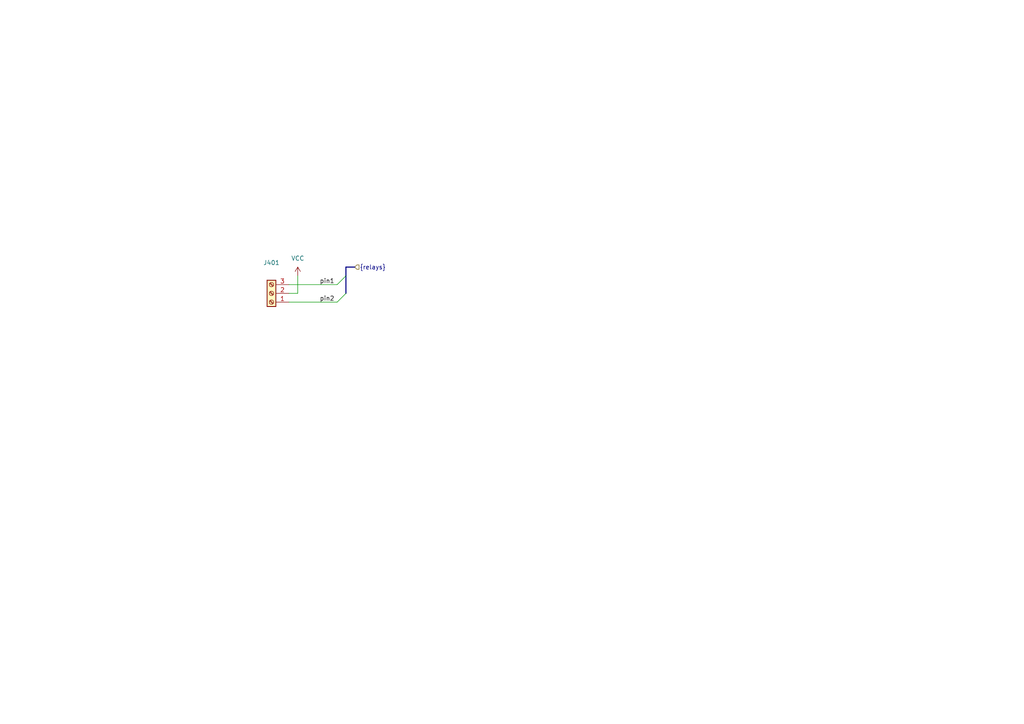
<source format=kicad_sch>
(kicad_sch (version 20231120) (generator "eeschema") (generator_version "8.0")
  (paper "A4")
  (lib_symbols
    (symbol "Connector:Screw_Terminal_01x03" (pin_names (offset 1.016) hide)
      (property "Reference" "J" (at 0 5.08 0))
      (property "Value" "Screw_Terminal_01x03" (at 0 -5.08 0))
      (symbol "Screw_Terminal_01x03_1_1"
        (rectangle (start -1.27 3.81) (end 1.27 -3.81) (stroke (width 0.254)) (fill (type background)))
        (circle (center 0 -2.54) (radius 0.635) (stroke (width 0.1524)))
        (polyline (pts (xy -0.5334 -2.2098) (xy 0.3302 -3.048)) (stroke (width 0.1524)))
        (polyline (pts (xy -0.5334 0.3302) (xy 0.3302 -0.508)) (stroke (width 0.1524)))
        (polyline (pts (xy -0.5334 2.8702) (xy 0.3302 2.032)) (stroke (width 0.1524)))
        (polyline (pts (xy -0.3556 -2.032) (xy 0.508 -2.8702)) (stroke (width 0.1524)))
        (polyline (pts (xy -0.3556 0.508) (xy 0.508 -0.3302)) (stroke (width 0.1524)))
        (polyline (pts (xy -0.3556 3.048) (xy 0.508 2.2098)) (stroke (width 0.1524)))
        (circle (center 0 0) (radius 0.635) (stroke (width 0.1524)))
        (circle (center 0 2.54) (radius 0.635) (stroke (width 0.1524)))
        (pin passive line (at -5.08 2.54 0) (length 3.81) (name "Pin_1") (number "1"))
        (pin passive line (at -5.08 0 0) (length 3.81) (name "Pin_2") (number "2"))
        (pin passive line (at -5.08 -2.54 0) (length 3.81) (name "Pin_3") (number "3"))
      )
    )
    (symbol "power:VCC" (power) (pin_numbers hide) (pin_names (offset 0) hide)
      (property "Value" "VCC" (at 0 3.556 0))
      (symbol "VCC_0_1"
        (polyline (pts (xy -0.762 1.27) (xy 0 2.54)))
        (polyline (pts (xy 0 0) (xy 0 2.54)))
        (polyline (pts (xy 0 2.54) (xy 0.762 1.27)))
      )
      (symbol "VCC_1_1"
        (pin power_in line (at 0 0 90) (length 0) (name "~") (number "1"))
      )
    )
  )
  (bus_entry (at 97.79 82.55) (size 2.54 -2.54))
  (bus_entry (at 97.79 87.63) (size 2.54 -2.54))
  (wire (pts (xy 83.82 87.63) (xy 97.79 87.63)))
  (wire (pts (xy 86.36 85.09) (xy 83.82 85.09)))
  (bus (pts (xy 100.33 77.47) (xy 100.33 80.01)))
  (wire (pts (xy 83.82 82.55) (xy 97.79 82.55)))
  (wire (pts (xy 86.36 80.01) (xy 86.36 85.09)))
  (bus (pts (xy 100.33 80.01) (xy 100.33 85.09)))
  (bus (pts (xy 102.87 77.47) (xy 100.33 77.47)))
  (label "pin1" (at 92.71 82.55 0))
  (label "pin2" (at 92.71 87.63 0))
  (hierarchical_label "{relays}" (shape input) (at 102.87 77.47 0))
  (symbol (lib_id "power:VCC") (at 86.36 80.01 0) (unit 1)
    (property "Reference" "#PWR026" (effects (hide yes)))
    (property "Value" "VCC" (at 86.36 74.93 0))
    (property "Description" "Power symbol creates a global label with name \"VCC\"" (effects (hide yes)))
    (instances (project "OS-servo-decoder-8" (path "" (reference "#PWR026") (unit 1)) (path "" (reference "#PWR027") (unit 1)) (path "" (reference "#PWR013") (unit 1)) (path "" (reference "#PWR0101") (unit 1))))
  )
  (symbol (lib_id "Connector:Screw_Terminal_01x03") (at 78.74 85.09 180) (unit 1)
    (property "Reference" "J401" (at 78.74 76.2 0))
    (property "Value" "Screw_Terminal_01x03" (effects (hide yes)))
    (property "Footprint" "Connector_Phoenix_MC:PhoenixContact_MC_1,5_3-G-3.5_1x03_P3.50mm_Horizontal" (effects (hide yes)))
    (property "Description" "Generic screw terminal, single row, 01x03, script generated (kicad-library-utils/schlib/autogen/connector/)" (effects (hide yes)))
    (property "JLCPCB Part#" "C880573" (effects (hide yes)))
    (instances (project "OS-servo-decoder-8" (path "" (reference "J401") (unit 1)) (path "" (reference "J1501") (unit 1)) (path "" (reference "J1401") (unit 1)) (path "" (reference "J1301") (unit 1))))
  )
)
</source>
